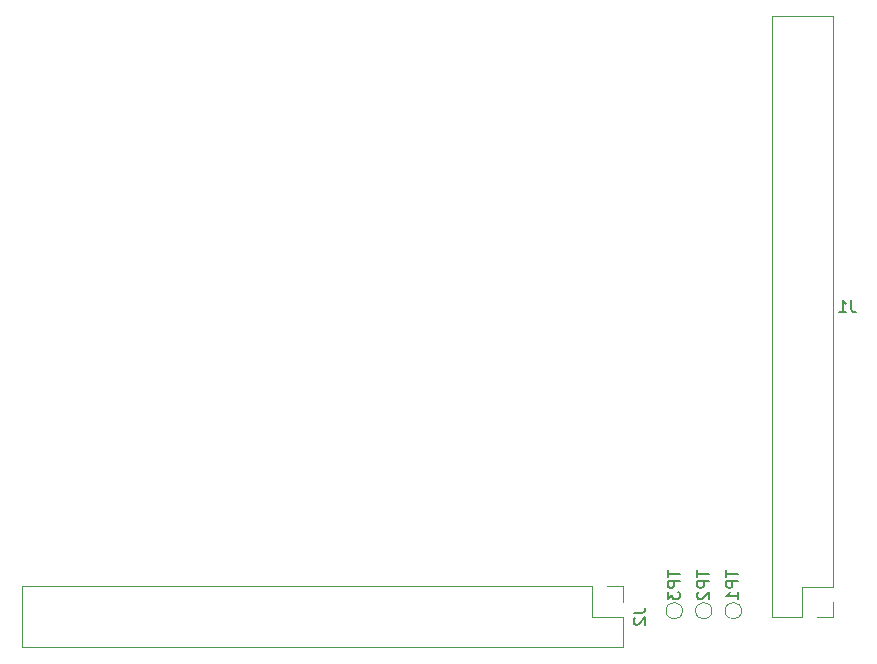
<source format=gbr>
G04 #@! TF.GenerationSoftware,KiCad,Pcbnew,6.0.0-rc1-unknown-d76c6bc884~144~ubuntu21.10.1*
G04 #@! TF.CreationDate,2021-12-01T12:13:08+00:00*
G04 #@! TF.ProjectId,tad2_top,74616432-5f74-46f7-902e-6b696361645f,1.0*
G04 #@! TF.SameCoordinates,Original*
G04 #@! TF.FileFunction,Legend,Bot*
G04 #@! TF.FilePolarity,Positive*
%FSLAX46Y46*%
G04 Gerber Fmt 4.6, Leading zero omitted, Abs format (unit mm)*
G04 Created by KiCad (PCBNEW 6.0.0-rc1-unknown-d76c6bc884~144~ubuntu21.10.1) date 2021-12-01 12:13:08*
%MOMM*%
%LPD*%
G01*
G04 APERTURE LIST*
%ADD10C,0.150000*%
%ADD11C,0.120000*%
G04 APERTURE END LIST*
D10*
X167963333Y-152290380D02*
X167963333Y-153004666D01*
X168010952Y-153147523D01*
X168106190Y-153242761D01*
X168249047Y-153290380D01*
X168344285Y-153290380D01*
X166963333Y-153290380D02*
X167534761Y-153290380D01*
X167249047Y-153290380D02*
X167249047Y-152290380D01*
X167344285Y-152433238D01*
X167439523Y-152528476D01*
X167534761Y-152576095D01*
X152440380Y-175150095D02*
X152440380Y-175721523D01*
X153440380Y-175435809D02*
X152440380Y-175435809D01*
X153440380Y-176054857D02*
X152440380Y-176054857D01*
X152440380Y-176435809D01*
X152488000Y-176531047D01*
X152535619Y-176578666D01*
X152630857Y-176626285D01*
X152773714Y-176626285D01*
X152868952Y-176578666D01*
X152916571Y-176531047D01*
X152964190Y-176435809D01*
X152964190Y-176054857D01*
X152440380Y-176959619D02*
X152440380Y-177578666D01*
X152821333Y-177245333D01*
X152821333Y-177388190D01*
X152868952Y-177483428D01*
X152916571Y-177531047D01*
X153011809Y-177578666D01*
X153249904Y-177578666D01*
X153345142Y-177531047D01*
X153392761Y-177483428D01*
X153440380Y-177388190D01*
X153440380Y-177102476D01*
X153392761Y-177007238D01*
X153345142Y-176959619D01*
X157390380Y-175150095D02*
X157390380Y-175721523D01*
X158390380Y-175435809D02*
X157390380Y-175435809D01*
X158390380Y-176054857D02*
X157390380Y-176054857D01*
X157390380Y-176435809D01*
X157438000Y-176531047D01*
X157485619Y-176578666D01*
X157580857Y-176626285D01*
X157723714Y-176626285D01*
X157818952Y-176578666D01*
X157866571Y-176531047D01*
X157914190Y-176435809D01*
X157914190Y-176054857D01*
X158390380Y-177578666D02*
X158390380Y-177007238D01*
X158390380Y-177292952D02*
X157390380Y-177292952D01*
X157533238Y-177197714D01*
X157628476Y-177102476D01*
X157676095Y-177007238D01*
X149542380Y-178736666D02*
X150256666Y-178736666D01*
X150399523Y-178689047D01*
X150494761Y-178593809D01*
X150542380Y-178450952D01*
X150542380Y-178355714D01*
X149637619Y-179165238D02*
X149590000Y-179212857D01*
X149542380Y-179308095D01*
X149542380Y-179546190D01*
X149590000Y-179641428D01*
X149637619Y-179689047D01*
X149732857Y-179736666D01*
X149828095Y-179736666D01*
X149970952Y-179689047D01*
X150542380Y-179117619D01*
X150542380Y-179736666D01*
X154940380Y-175150095D02*
X154940380Y-175721523D01*
X155940380Y-175435809D02*
X154940380Y-175435809D01*
X155940380Y-176054857D02*
X154940380Y-176054857D01*
X154940380Y-176435809D01*
X154988000Y-176531047D01*
X155035619Y-176578666D01*
X155130857Y-176626285D01*
X155273714Y-176626285D01*
X155368952Y-176578666D01*
X155416571Y-176531047D01*
X155464190Y-176435809D01*
X155464190Y-176054857D01*
X155035619Y-177007238D02*
X154988000Y-177054857D01*
X154940380Y-177150095D01*
X154940380Y-177388190D01*
X154988000Y-177483428D01*
X155035619Y-177531047D01*
X155130857Y-177578666D01*
X155226095Y-177578666D01*
X155368952Y-177531047D01*
X155940380Y-176959619D01*
X155940380Y-177578666D01*
D11*
X163830000Y-179130000D02*
X163830000Y-176530000D01*
X161230000Y-128210000D02*
X166430000Y-128210000D01*
X161230000Y-179130000D02*
X163830000Y-179130000D01*
X161230000Y-179130000D02*
X161230000Y-128210000D01*
X166430000Y-179130000D02*
X166430000Y-177800000D01*
X166430000Y-176530000D02*
X166430000Y-128210000D01*
X163830000Y-176530000D02*
X166430000Y-176530000D01*
X165100000Y-179130000D02*
X166430000Y-179130000D01*
X153688000Y-178562000D02*
G75*
G03*
X153688000Y-178562000I-700000J0D01*
G01*
X158688000Y-178562000D02*
G75*
G03*
X158688000Y-178562000I-700000J0D01*
G01*
X146050000Y-176470000D02*
X97730000Y-176470000D01*
X148650000Y-181670000D02*
X97730000Y-181670000D01*
X146050000Y-179070000D02*
X146050000Y-176470000D01*
X148650000Y-181670000D02*
X148650000Y-179070000D01*
X97730000Y-181670000D02*
X97730000Y-176470000D01*
X148650000Y-176470000D02*
X147320000Y-176470000D01*
X148650000Y-179070000D02*
X146050000Y-179070000D01*
X148650000Y-177800000D02*
X148650000Y-176470000D01*
X156188000Y-178562000D02*
G75*
G03*
X156188000Y-178562000I-700000J0D01*
G01*
M02*

</source>
